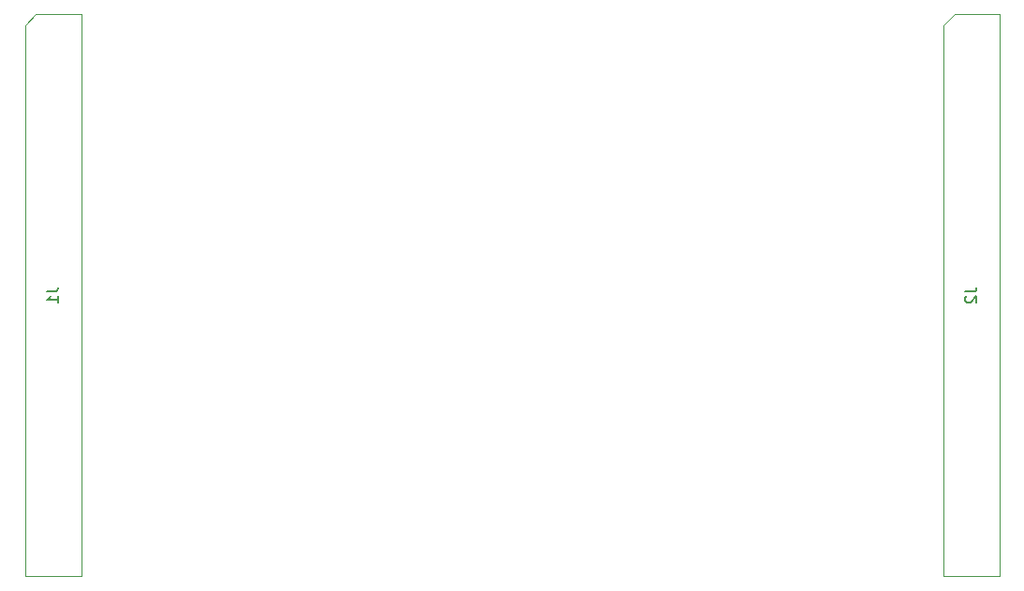
<source format=gbr>
G04 #@! TF.GenerationSoftware,KiCad,Pcbnew,5.0.2-bee76a0~70~ubuntu18.04.1*
G04 #@! TF.CreationDate,2019-05-15T21:37:28+02:00*
G04 #@! TF.ProjectId,networkScanner,6e657477-6f72-46b5-9363-616e6e65722e,rev?*
G04 #@! TF.SameCoordinates,Original*
G04 #@! TF.FileFunction,Other,Fab,Bot*
%FSLAX46Y46*%
G04 Gerber Fmt 4.6, Leading zero omitted, Abs format (unit mm)*
G04 Created by KiCad (PCBNEW 5.0.2-bee76a0~70~ubuntu18.04.1) date Mi 15 Mai 2019 21:37:28 CEST*
%MOMM*%
%LPD*%
G01*
G04 APERTURE LIST*
%ADD10C,0.100000*%
%ADD11C,0.150000*%
G04 APERTURE END LIST*
D10*
G04 #@! TO.C,J1*
X113810000Y-93730000D02*
X109730000Y-93730000D01*
X109730000Y-93730000D02*
X108730000Y-94730000D01*
X108730000Y-94730000D02*
X108730000Y-144530000D01*
X108730000Y-144530000D02*
X113810000Y-144530000D01*
X113810000Y-144530000D02*
X113810000Y-93730000D01*
G04 #@! TO.C,J2*
X196810000Y-144530000D02*
X196810000Y-93730000D01*
X191730000Y-144530000D02*
X196810000Y-144530000D01*
X191730000Y-94730000D02*
X191730000Y-144530000D01*
X192730000Y-93730000D02*
X191730000Y-94730000D01*
X196810000Y-93730000D02*
X192730000Y-93730000D01*
G04 #@! TD*
G04 #@! TO.C,J1*
D11*
X110722380Y-118796666D02*
X111436666Y-118796666D01*
X111579523Y-118749047D01*
X111674761Y-118653809D01*
X111722380Y-118510952D01*
X111722380Y-118415714D01*
X111722380Y-119796666D02*
X111722380Y-119225238D01*
X111722380Y-119510952D02*
X110722380Y-119510952D01*
X110865238Y-119415714D01*
X110960476Y-119320476D01*
X111008095Y-119225238D01*
G04 #@! TO.C,J2*
X193722380Y-118796666D02*
X194436666Y-118796666D01*
X194579523Y-118749047D01*
X194674761Y-118653809D01*
X194722380Y-118510952D01*
X194722380Y-118415714D01*
X193817619Y-119225238D02*
X193770000Y-119272857D01*
X193722380Y-119368095D01*
X193722380Y-119606190D01*
X193770000Y-119701428D01*
X193817619Y-119749047D01*
X193912857Y-119796666D01*
X194008095Y-119796666D01*
X194150952Y-119749047D01*
X194722380Y-119177619D01*
X194722380Y-119796666D01*
G04 #@! TD*
M02*

</source>
